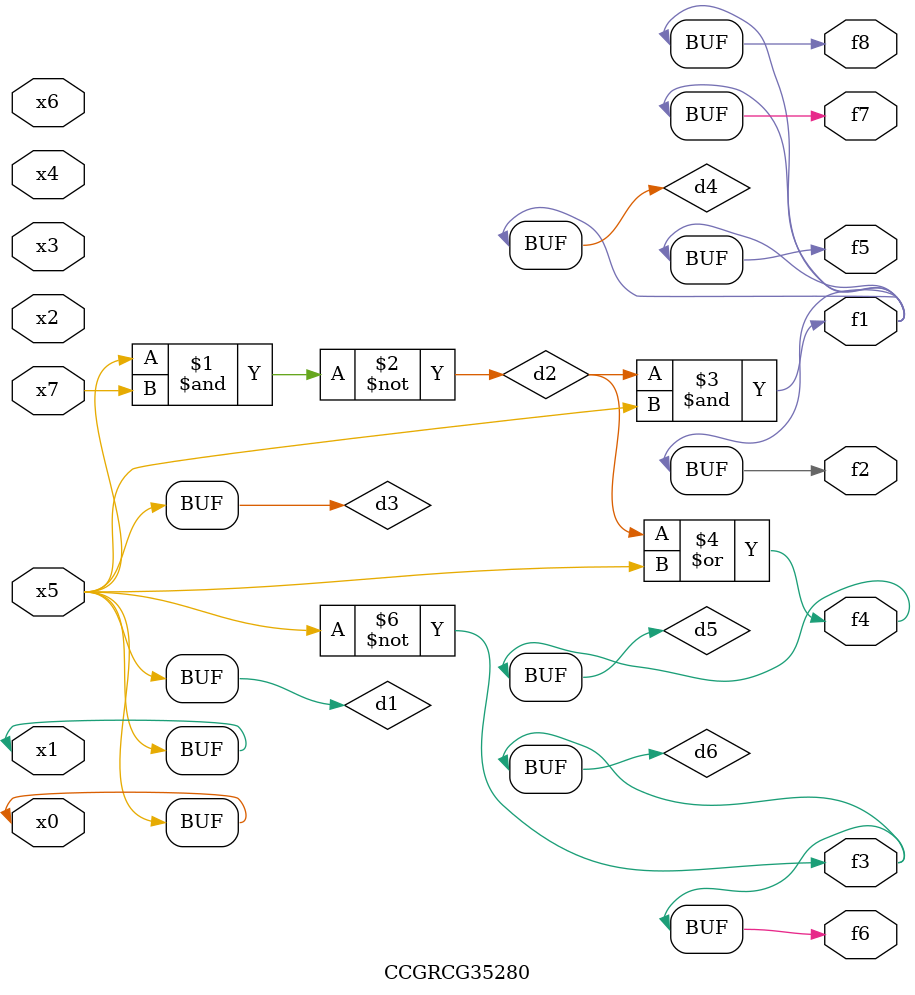
<source format=v>
module CCGRCG35280(
	input x0, x1, x2, x3, x4, x5, x6, x7,
	output f1, f2, f3, f4, f5, f6, f7, f8
);

	wire d1, d2, d3, d4, d5, d6;

	buf (d1, x0, x5);
	nand (d2, x5, x7);
	buf (d3, x0, x1);
	and (d4, d2, d3);
	or (d5, d2, d3);
	nor (d6, d1, d3);
	assign f1 = d4;
	assign f2 = d4;
	assign f3 = d6;
	assign f4 = d5;
	assign f5 = d4;
	assign f6 = d6;
	assign f7 = d4;
	assign f8 = d4;
endmodule

</source>
